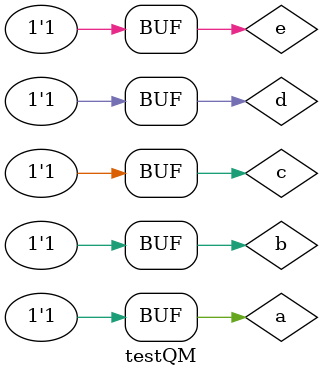
<source format=v>

module simplQM ( s,a,b,c,d,e );

output s;
input a,b,c,d,e;
wire s1,s2,s3,s4,s5,s6,s7,s8,s9,s10,s11;

not NOT1 (s1,a);
not NOT2 (s2,c);
not NOT3 (s3,d);
and AND1 (s4,s1,s2,s3);
and AND2 (s5,a,c,s3);
not NOT5 (s6,b);
and AND3 (s7,s6,e);
and AND4 (s8,c,e);
not NOT6 (s9,b);
not NOT7 (s10,c);
and AND5 (s11,a,s9,s10,d);
or OR1 (s,s4,s5,s7,s8,s11);

endmodule

module testQM;
reg a,b,c,d,e;
wire s;

simplQM  QM ( s,a,b,c,d,e );

initial begin:start
        a=0; b=0; c=0; d=0; e=0;
end

initial begin: main
#1 $display (" Exercicio 03 - Guia8 ");
#1 $display (" a   b   c   d   e =   s ");
  $monitor (" %b   %b   %b   %b   %b =   %b ",a,b,c,d,e,s);
           #1 a=0;  b=0;    c=0;   d=0;   e=1;
			  #1 a=0;  b=0;    c=0;   d=1;   e=0;
			  #1 a=0;  b=0;    c=0;   d=1;   e=1;
			  #1 a=0;  b=0;    c=1;   d=0;   e=0;
			  #1 a=0;  b=0;    c=1;   d=0;   e=1;
			  #1 a=0;  b=0;    c=1;   d=1;   e=0;
			  #1 a=0;  b=0;    c=1;   d=1;   e=1;
			  #1 a=0;  b=1;    c=0;   d=0;   e=0;
			  #1 a=0;  b=1;    c=0;   d=0;   e=1;
			  #1 a=0;  b=1;    c=0;   d=1;   e=0;
			  #1 a=0;  b=1;    c=0;   d=1;   e=1;
			  #1 a=0;  b=1;    c=1;   d=0;   e=0;
			  #1 a=0;  b=1;    c=1;   d=0;   e=1;
			  #1 a=0;  b=1;    c=1;   d=1;   e=0;
			  #1 a=0;  b=1;    c=1;   d=1;   e=1;
			  #1 a=1;  b=0;    c=0;   d=0;   e=0;
			  #1 a=1;  b=0;    c=0;   d=0;   e=1;
			  #1 a=1;  b=0;    c=0;   d=1;   e=0;
			  #1 a=1;  b=0;    c=0;   d=1;   e=1;
			  #1 a=1;  b=0;    c=1;   d=0;   e=0;
			  #1 a=1;  b=0;    c=1;   d=0;   e=1;
			  #1 a=1;  b=0;    c=1;   d=1;   e=0;
			  #1 a=1;  b=0;    c=1;   d=1;   e=1;
			  #1 a=1;  b=1;    c=0;   d=0;   e=0;
			  #1 a=1;  b=1;    c=0;   d=0;   e=1;
			  #1 a=1;  b=1;    c=0;   d=1;   e=0;
			  #1 a=1;  b=1;    c=0;   d=1;   e=1;
			  #1 a=1;  b=1;    c=1;   d=0;   e=0;
			  #1 a=1;  b=1;    c=1;   d=0;   e=1;
			  #1 a=1;  b=1;    c=1;   d=1;   e=0;
			  #1 a=1;  b=1;    c=1;   d=1;   e=1;
			  
			  
end
endmodule
</source>
